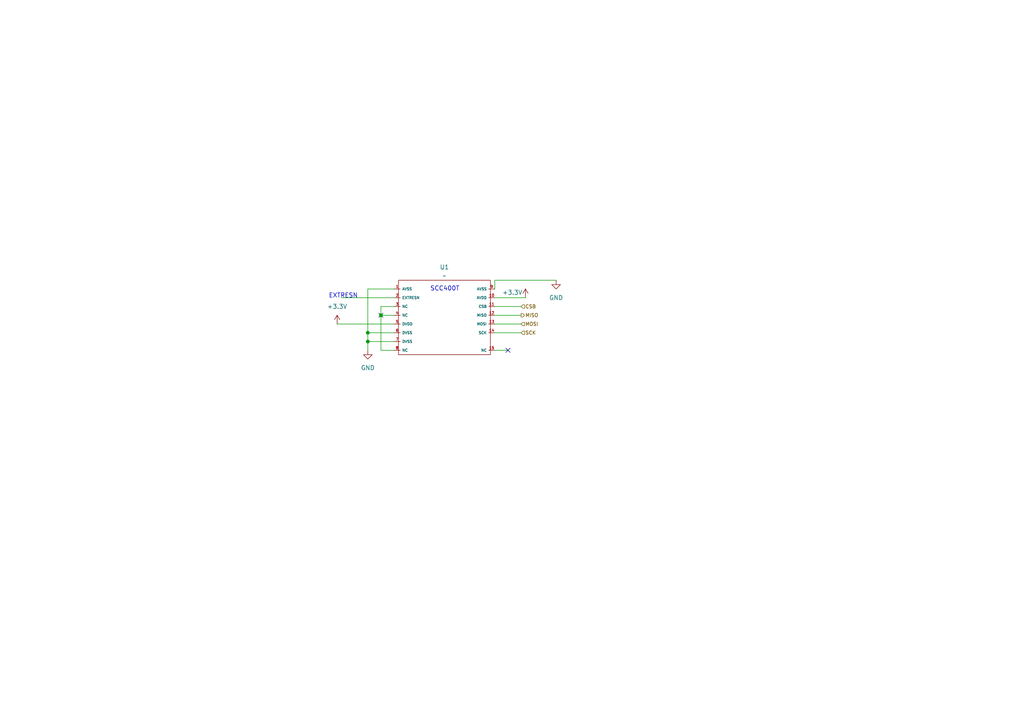
<source format=kicad_sch>
(kicad_sch
	(version 20231120)
	(generator "eeschema")
	(generator_version "8.0")
	(uuid "a9c5c9be-eef0-49e9-b640-81a42d76d087")
	(paper "A4")
	(title_block
		(title "MAGNETOMETER")
		(date "2024-12-08")
		(comment 1 "SCC400T")
		(comment 2 "SCR410T-K03 X gyroscope with digital SPI interface")
	)
	(lib_symbols
		(symbol "power:+3.3V"
			(power)
			(pin_numbers hide)
			(pin_names
				(offset 0) hide)
			(exclude_from_sim no)
			(in_bom yes)
			(on_board yes)
			(property "Reference" "#PWR"
				(at 0 -3.81 0)
				(effects
					(font
						(size 1.27 1.27)
					)
					(hide yes)
				)
			)
			(property "Value" "+3.3V"
				(at 0 3.556 0)
				(effects
					(font
						(size 1.27 1.27)
					)
				)
			)
			(property "Footprint" ""
				(at 0 0 0)
				(effects
					(font
						(size 1.27 1.27)
					)
					(hide yes)
				)
			)
			(property "Datasheet" ""
				(at 0 0 0)
				(effects
					(font
						(size 1.27 1.27)
					)
					(hide yes)
				)
			)
			(property "Description" "Power symbol creates a global label with name \"+3.3V\""
				(at 0 0 0)
				(effects
					(font
						(size 1.27 1.27)
					)
					(hide yes)
				)
			)
			(property "ki_keywords" "global power"
				(at 0 0 0)
				(effects
					(font
						(size 1.27 1.27)
					)
					(hide yes)
				)
			)
			(symbol "+3.3V_0_1"
				(polyline
					(pts
						(xy -0.762 1.27) (xy 0 2.54)
					)
					(stroke
						(width 0)
						(type default)
					)
					(fill
						(type none)
					)
				)
				(polyline
					(pts
						(xy 0 0) (xy 0 2.54)
					)
					(stroke
						(width 0)
						(type default)
					)
					(fill
						(type none)
					)
				)
				(polyline
					(pts
						(xy 0 2.54) (xy 0.762 1.27)
					)
					(stroke
						(width 0)
						(type default)
					)
					(fill
						(type none)
					)
				)
			)
			(symbol "+3.3V_1_1"
				(pin power_in line
					(at 0 0 90)
					(length 0)
					(name "~"
						(effects
							(font
								(size 1.27 1.27)
							)
						)
					)
					(number "1"
						(effects
							(font
								(size 1.27 1.27)
							)
						)
					)
				)
			)
		)
		(symbol "power:GND"
			(power)
			(pin_numbers hide)
			(pin_names
				(offset 0) hide)
			(exclude_from_sim no)
			(in_bom yes)
			(on_board yes)
			(property "Reference" "#PWR"
				(at 0 -6.35 0)
				(effects
					(font
						(size 1.27 1.27)
					)
					(hide yes)
				)
			)
			(property "Value" "GND"
				(at 0 -3.81 0)
				(effects
					(font
						(size 1.27 1.27)
					)
				)
			)
			(property "Footprint" ""
				(at 0 0 0)
				(effects
					(font
						(size 1.27 1.27)
					)
					(hide yes)
				)
			)
			(property "Datasheet" ""
				(at 0 0 0)
				(effects
					(font
						(size 1.27 1.27)
					)
					(hide yes)
				)
			)
			(property "Description" "Power symbol creates a global label with name \"GND\" , ground"
				(at 0 0 0)
				(effects
					(font
						(size 1.27 1.27)
					)
					(hide yes)
				)
			)
			(property "ki_keywords" "global power"
				(at 0 0 0)
				(effects
					(font
						(size 1.27 1.27)
					)
					(hide yes)
				)
			)
			(symbol "GND_0_1"
				(polyline
					(pts
						(xy 0 0) (xy 0 -1.27) (xy 1.27 -1.27) (xy 0 -2.54) (xy -1.27 -1.27) (xy 0 -1.27)
					)
					(stroke
						(width 0)
						(type default)
					)
					(fill
						(type none)
					)
				)
			)
			(symbol "GND_1_1"
				(pin power_in line
					(at 0 0 270)
					(length 0)
					(name "~"
						(effects
							(font
								(size 1.27 1.27)
							)
						)
					)
					(number "1"
						(effects
							(font
								(size 1.27 1.27)
							)
						)
					)
				)
			)
		)
		(symbol "scc400t_mag:Mag_scc400T"
			(exclude_from_sim no)
			(in_bom yes)
			(on_board yes)
			(property "Reference" "U"
				(at 0 0 0)
				(effects
					(font
						(size 1.27 1.27)
					)
				)
			)
			(property "Value" ""
				(at -8.89 1.27 0)
				(effects
					(font
						(size 1.27 1.27)
					)
				)
			)
			(property "Footprint" ""
				(at -8.89 1.27 0)
				(effects
					(font
						(size 1.27 1.27)
					)
					(hide yes)
				)
			)
			(property "Datasheet" ""
				(at -8.89 1.27 0)
				(effects
					(font
						(size 1.27 1.27)
					)
					(hide yes)
				)
			)
			(property "Description" ""
				(at -8.89 1.27 0)
				(effects
					(font
						(size 1.27 1.27)
					)
					(hide yes)
				)
			)
			(symbol "Mag_scc400T_0_1"
				(rectangle
					(start -12.7 7.62)
					(end 13.97 -13.97)
					(stroke
						(width 0)
						(type default)
					)
					(fill
						(type none)
					)
				)
			)
			(symbol "Mag_scc400T_1_1"
				(pin passive line
					(at -13.97 5.08 0)
					(length 1.778)
					(name "AVSS"
						(effects
							(font
								(size 0.762 0.762)
							)
						)
					)
					(number "1"
						(effects
							(font
								(size 0.762 0.762)
							)
						)
					)
				)
				(pin passive line
					(at 15.24 2.54 180)
					(length 1.778)
					(name "AVDD"
						(effects
							(font
								(size 0.762 0.762)
							)
						)
					)
					(number "10"
						(effects
							(font
								(size 0.762 0.762)
							)
						)
					)
				)
				(pin passive line
					(at 15.24 0 180)
					(length 1.778)
					(name "CSB"
						(effects
							(font
								(size 0.762 0.762)
							)
						)
					)
					(number "11"
						(effects
							(font
								(size 0.762 0.762)
							)
						)
					)
				)
				(pin passive line
					(at 15.24 -2.54 180)
					(length 1.778)
					(name "MISO"
						(effects
							(font
								(size 0.762 0.762)
							)
						)
					)
					(number "12"
						(effects
							(font
								(size 0.762 0.762)
							)
						)
					)
				)
				(pin passive line
					(at 15.24 -5.08 180)
					(length 1.778)
					(name "MOSI"
						(effects
							(font
								(size 0.762 0.762)
							)
						)
					)
					(number "13"
						(effects
							(font
								(size 0.762 0.762)
							)
						)
					)
				)
				(pin passive line
					(at 15.24 -7.62 180)
					(length 1.778)
					(name "SCK"
						(effects
							(font
								(size 0.762 0.762)
							)
						)
					)
					(number "14"
						(effects
							(font
								(size 0.762 0.762)
							)
						)
					)
				)
				(pin passive line
					(at 15.24 -12.7 180)
					(length 1.778)
					(name "NC"
						(effects
							(font
								(size 0.762 0.762)
							)
						)
					)
					(number "15"
						(effects
							(font
								(size 0.762 0.762)
							)
						)
					)
				)
				(pin passive line
					(at -13.97 2.54 0)
					(length 1.778)
					(name "EXTRESN"
						(effects
							(font
								(size 0.762 0.762)
							)
						)
					)
					(number "2"
						(effects
							(font
								(size 0.762 0.762)
							)
						)
					)
				)
				(pin passive line
					(at -13.97 0 0)
					(length 1.778)
					(name "NC"
						(effects
							(font
								(size 0.762 0.762)
							)
						)
					)
					(number "3"
						(effects
							(font
								(size 0.762 0.762)
							)
						)
					)
				)
				(pin passive line
					(at -13.97 -2.54 0)
					(length 1.778)
					(name "NC"
						(effects
							(font
								(size 0.762 0.762)
							)
						)
					)
					(number "4"
						(effects
							(font
								(size 0.762 0.762)
							)
						)
					)
				)
				(pin passive line
					(at -13.97 -5.08 0)
					(length 1.778)
					(name "DVDD"
						(effects
							(font
								(size 0.762 0.762)
							)
						)
					)
					(number "5"
						(effects
							(font
								(size 0.762 0.762)
							)
						)
					)
				)
				(pin passive line
					(at -13.97 -7.62 0)
					(length 1.778)
					(name "DVSS"
						(effects
							(font
								(size 0.762 0.762)
							)
						)
					)
					(number "6"
						(effects
							(font
								(size 0.762 0.762)
							)
						)
					)
				)
				(pin passive line
					(at -13.97 -10.16 0)
					(length 1.778)
					(name "DVSS"
						(effects
							(font
								(size 0.762 0.762)
							)
						)
					)
					(number "7"
						(effects
							(font
								(size 0.762 0.762)
							)
						)
					)
				)
				(pin passive line
					(at -13.97 -12.7 0)
					(length 1.778)
					(name "NC"
						(effects
							(font
								(size 0.762 0.762)
							)
						)
					)
					(number "8"
						(effects
							(font
								(size 0.762 0.762)
							)
						)
					)
				)
				(pin passive line
					(at 15.24 5.08 180)
					(length 1.778)
					(name "AVSS"
						(effects
							(font
								(size 0.762 0.762)
							)
						)
					)
					(number "9"
						(effects
							(font
								(size 0.762 0.762)
							)
						)
					)
				)
			)
		)
	)
	(junction
		(at 106.68 99.06)
		(diameter 0)
		(color 0 0 0 0)
		(uuid "20153a1e-0dc3-4c41-8081-1c3ce0801f20")
	)
	(junction
		(at 106.68 96.52)
		(diameter 0)
		(color 0 0 0 0)
		(uuid "69b978b5-7727-4557-9a8f-c4020447ed72")
	)
	(junction
		(at 110.49 91.44)
		(diameter 0)
		(color 0 0 0 0)
		(uuid "8af527c1-5a35-4d75-b06c-b3635a10e395")
	)
	(no_connect
		(at 147.32 101.6)
		(uuid "3b7a0519-9d47-4d1f-b81d-02400dccafea")
	)
	(no_connect
		(at 110.49 91.44)
		(uuid "72e600a5-44e6-480c-93db-4eed19ca36f4")
	)
	(wire
		(pts
			(xy 110.49 91.44) (xy 110.49 101.6)
		)
		(stroke
			(width 0)
			(type default)
		)
		(uuid "0513d13a-6888-46a8-be10-dd8a7411abee")
	)
	(wire
		(pts
			(xy 106.68 83.82) (xy 114.3 83.82)
		)
		(stroke
			(width 0)
			(type default)
		)
		(uuid "0b779801-332f-4009-99e7-b0ce3486fb04")
	)
	(wire
		(pts
			(xy 99.06 86.36) (xy 114.3 86.36)
		)
		(stroke
			(width 0)
			(type default)
		)
		(uuid "125297ef-2b49-4e5c-bbf8-67797e4bd58d")
	)
	(wire
		(pts
			(xy 143.51 86.36) (xy 152.4 86.36)
		)
		(stroke
			(width 0)
			(type default)
		)
		(uuid "26eba48d-06ed-4b41-9f8f-ba2a7a5ac602")
	)
	(wire
		(pts
			(xy 143.51 88.9) (xy 151.13 88.9)
		)
		(stroke
			(width 0)
			(type default)
		)
		(uuid "27575a9e-5a0a-478f-aa84-7984a54a132e")
	)
	(wire
		(pts
			(xy 143.51 81.28) (xy 161.29 81.28)
		)
		(stroke
			(width 0)
			(type default)
		)
		(uuid "3e16f2f0-4699-4228-97d3-f6a218a61941")
	)
	(wire
		(pts
			(xy 143.51 101.6) (xy 147.32 101.6)
		)
		(stroke
			(width 0)
			(type default)
		)
		(uuid "443b1834-6f19-4ec4-b711-d694e78024ef")
	)
	(wire
		(pts
			(xy 106.68 83.82) (xy 106.68 96.52)
		)
		(stroke
			(width 0)
			(type default)
		)
		(uuid "660d5494-3b0b-47cb-84a4-5cef8cc033e5")
	)
	(wire
		(pts
			(xy 97.79 93.98) (xy 114.3 93.98)
		)
		(stroke
			(width 0)
			(type default)
		)
		(uuid "6806ba77-a839-4222-b2fd-c96b708ab7be")
	)
	(wire
		(pts
			(xy 143.51 96.52) (xy 151.13 96.52)
		)
		(stroke
			(width 0)
			(type default)
		)
		(uuid "6ebf6aba-3066-43d1-86a5-cebaf881fd27")
	)
	(wire
		(pts
			(xy 143.51 81.28) (xy 143.51 83.82)
		)
		(stroke
			(width 0)
			(type default)
		)
		(uuid "71c49b6f-ea69-45a5-8493-3b0725d00b39")
	)
	(wire
		(pts
			(xy 114.3 101.6) (xy 110.49 101.6)
		)
		(stroke
			(width 0)
			(type default)
		)
		(uuid "81100ea2-27bf-4fc6-b8d9-7ee97ee5dba9")
	)
	(wire
		(pts
			(xy 143.51 93.98) (xy 151.13 93.98)
		)
		(stroke
			(width 0)
			(type default)
		)
		(uuid "9150e36c-0996-4c04-85f5-5a85cdc5b6e1")
	)
	(wire
		(pts
			(xy 106.68 99.06) (xy 114.3 99.06)
		)
		(stroke
			(width 0)
			(type default)
		)
		(uuid "9f61eed0-7b3b-467b-ab1d-f67cdc173b6f")
	)
	(wire
		(pts
			(xy 110.49 91.44) (xy 114.3 91.44)
		)
		(stroke
			(width 0)
			(type default)
		)
		(uuid "a4fcb618-f2c3-40d8-9db8-4e4e7f683bd0")
	)
	(wire
		(pts
			(xy 110.49 88.9) (xy 110.49 91.44)
		)
		(stroke
			(width 0)
			(type default)
		)
		(uuid "ae7cebe6-a1f0-4058-b68e-91fbe2b417a7")
	)
	(wire
		(pts
			(xy 114.3 96.52) (xy 106.68 96.52)
		)
		(stroke
			(width 0)
			(type default)
		)
		(uuid "b17631ea-f2a8-476c-b1f6-9bff1d1b9c64")
	)
	(wire
		(pts
			(xy 143.51 91.44) (xy 151.13 91.44)
		)
		(stroke
			(width 0)
			(type default)
		)
		(uuid "b66ddfcf-cea8-4c25-a82f-88973700ab71")
	)
	(wire
		(pts
			(xy 110.49 88.9) (xy 114.3 88.9)
		)
		(stroke
			(width 0)
			(type default)
		)
		(uuid "c09a1b1f-5b0c-45e3-a162-4770ffb75513")
	)
	(wire
		(pts
			(xy 106.68 99.06) (xy 106.68 101.6)
		)
		(stroke
			(width 0)
			(type default)
		)
		(uuid "dae078a9-a7dd-4ffc-9cd2-fa2d08779c19")
	)
	(wire
		(pts
			(xy 106.68 96.52) (xy 106.68 99.06)
		)
		(stroke
			(width 0)
			(type default)
		)
		(uuid "edadedc4-69b6-44a5-b161-d0abfac7b4e7")
	)
	(text "SCC400T"
		(exclude_from_sim no)
		(at 129.032 83.82 0)
		(effects
			(font
				(size 1.27 1.27)
			)
		)
		(uuid "0a6ed64d-ed18-4c91-b645-a87844af19ce")
	)
	(text "EXTRESN\n"
		(exclude_from_sim no)
		(at 99.568 85.852 0)
		(effects
			(font
				(size 1.27 1.27)
			)
		)
		(uuid "25a931a0-ed30-47cd-979c-f34c13e06b3c")
	)
	(hierarchical_label "SCK"
		(shape input)
		(at 151.13 96.52 0)
		(fields_autoplaced yes)
		(effects
			(font
				(size 1.016 1.016)
			)
			(justify left)
		)
		(uuid "014b7388-588a-4129-be3b-eed6f788d955")
	)
	(hierarchical_label "CSB"
		(shape input)
		(at 151.13 88.9 0)
		(fields_autoplaced yes)
		(effects
			(font
				(size 1.016 1.016)
			)
			(justify left)
		)
		(uuid "2782b850-b61a-4b5d-8023-2643093289ad")
	)
	(hierarchical_label "MISO"
		(shape output)
		(at 151.13 91.44 0)
		(fields_autoplaced yes)
		(effects
			(font
				(size 1.016 1.016)
			)
			(justify left)
		)
		(uuid "63f43e95-f793-487d-b51a-ae5b43585fae")
	)
	(hierarchical_label "MOSI"
		(shape input)
		(at 151.13 93.98 0)
		(fields_autoplaced yes)
		(effects
			(font
				(size 1.016 1.016)
			)
			(justify left)
		)
		(uuid "cc8c7b0d-3c60-4b56-ad3d-130d462b09cd")
	)
	(symbol
		(lib_id "power:GND")
		(at 106.68 101.6 0)
		(unit 1)
		(exclude_from_sim no)
		(in_bom yes)
		(on_board yes)
		(dnp no)
		(fields_autoplaced yes)
		(uuid "1054c469-7b98-464e-bb23-d5539e0c0ee8")
		(property "Reference" "#PWR01"
			(at 106.68 107.95 0)
			(effects
				(font
					(size 1.27 1.27)
				)
				(hide yes)
			)
		)
		(property "Value" "GND"
			(at 106.68 106.68 0)
			(effects
				(font
					(size 1.27 1.27)
				)
			)
		)
		(property "Footprint" ""
			(at 106.68 101.6 0)
			(effects
				(font
					(size 1.27 1.27)
				)
				(hide yes)
			)
		)
		(property "Datasheet" ""
			(at 106.68 101.6 0)
			(effects
				(font
					(size 1.27 1.27)
				)
				(hide yes)
			)
		)
		(property "Description" "Power symbol creates a global label with name \"GND\" , ground"
			(at 106.68 101.6 0)
			(effects
				(font
					(size 1.27 1.27)
				)
				(hide yes)
			)
		)
		(pin "1"
			(uuid "793f31d6-760e-479b-b780-808b00eb3a99")
		)
		(instances
			(project ""
				(path "/a9c5c9be-eef0-49e9-b640-81a42d76d087"
					(reference "#PWR01")
					(unit 1)
				)
			)
		)
	)
	(symbol
		(lib_id "power:+3.3V")
		(at 152.4 86.36 0)
		(unit 1)
		(exclude_from_sim no)
		(in_bom yes)
		(on_board yes)
		(dnp no)
		(uuid "679e7a6c-d4a2-4c3c-8106-4c772b88df54")
		(property "Reference" "#PWR04"
			(at 152.4 90.17 0)
			(effects
				(font
					(size 1.27 1.27)
				)
				(hide yes)
			)
		)
		(property "Value" "+3.3V"
			(at 148.59 84.836 0)
			(effects
				(font
					(size 1.27 1.27)
				)
			)
		)
		(property "Footprint" ""
			(at 152.4 86.36 0)
			(effects
				(font
					(size 1.27 1.27)
				)
				(hide yes)
			)
		)
		(property "Datasheet" ""
			(at 152.4 86.36 0)
			(effects
				(font
					(size 1.27 1.27)
				)
				(hide yes)
			)
		)
		(property "Description" "Power symbol creates a global label with name \"+3.3V\""
			(at 152.4 86.36 0)
			(effects
				(font
					(size 1.27 1.27)
				)
				(hide yes)
			)
		)
		(pin "1"
			(uuid "752e4f27-42e7-44c0-a26c-be803c5e45c4")
		)
		(instances
			(project "SCC400T MAG"
				(path "/a9c5c9be-eef0-49e9-b640-81a42d76d087"
					(reference "#PWR04")
					(unit 1)
				)
			)
		)
	)
	(symbol
		(lib_id "scc400t_mag:Mag_scc400T")
		(at 128.27 88.9 0)
		(unit 1)
		(exclude_from_sim no)
		(in_bom yes)
		(on_board yes)
		(dnp no)
		(fields_autoplaced yes)
		(uuid "76c0fe0d-9e7a-4a58-81b6-1106c3f57930")
		(property "Reference" "U1"
			(at 128.905 77.47 0)
			(effects
				(font
					(size 1.27 1.27)
				)
			)
		)
		(property "Value" "~"
			(at 128.905 80.01 0)
			(effects
				(font
					(size 1.27 1.27)
				)
			)
		)
		(property "Footprint" ""
			(at 119.38 87.63 0)
			(effects
				(font
					(size 1.27 1.27)
				)
				(hide yes)
			)
		)
		(property "Datasheet" ""
			(at 119.38 87.63 0)
			(effects
				(font
					(size 1.27 1.27)
				)
				(hide yes)
			)
		)
		(property "Description" ""
			(at 119.38 87.63 0)
			(effects
				(font
					(size 1.27 1.27)
				)
				(hide yes)
			)
		)
		(pin "13"
			(uuid "c7b19278-d16f-4bc9-9096-50a766b693cb")
		)
		(pin "6"
			(uuid "7ae7076f-490f-43ba-bf9c-138f5604c0af")
		)
		(pin "7"
			(uuid "63a84dac-cd28-4e5e-a38d-1fb1d7ec60a1")
		)
		(pin "8"
			(uuid "44e1188c-ffc7-4bbc-99be-77aaf891c56d")
		)
		(pin "9"
			(uuid "9758a41d-5a62-4129-bb3d-4316bc29157a")
		)
		(pin "10"
			(uuid "8cd6db2b-e3db-4e46-9402-b4190e7be60b")
		)
		(pin "11"
			(uuid "1359fdb0-7c45-4c13-a0b5-8950c2cfed1c")
		)
		(pin "12"
			(uuid "09c29861-a54b-4e58-8d14-dc24c3553dd0")
		)
		(pin "1"
			(uuid "f195a16d-fbdb-4096-b284-4cb87bb1e3da")
		)
		(pin "14"
			(uuid "6c1e246e-649e-4c13-b467-736a3e1ffac9")
		)
		(pin "15"
			(uuid "51a7b45b-8345-4e7f-beb5-9f095c8ebe9d")
		)
		(pin "3"
			(uuid "ab2489e0-308d-4c85-9ab4-e99368ca3f42")
		)
		(pin "4"
			(uuid "0fce2cb5-ed3c-41cd-af58-91356da51eb2")
		)
		(pin "5"
			(uuid "b5c2e4da-c47e-4123-936e-c1f258eb5505")
		)
		(pin "2"
			(uuid "62de61fc-5846-4bc4-b0ce-a20173e60e04")
		)
		(instances
			(project ""
				(path "/a9c5c9be-eef0-49e9-b640-81a42d76d087"
					(reference "U1")
					(unit 1)
				)
			)
		)
	)
	(symbol
		(lib_id "power:+3.3V")
		(at 97.79 93.98 0)
		(unit 1)
		(exclude_from_sim no)
		(in_bom yes)
		(on_board yes)
		(dnp no)
		(fields_autoplaced yes)
		(uuid "c1061f18-5faa-46fa-948b-0e625a305f02")
		(property "Reference" "#PWR03"
			(at 97.79 97.79 0)
			(effects
				(font
					(size 1.27 1.27)
				)
				(hide yes)
			)
		)
		(property "Value" "+3.3V"
			(at 97.79 88.9 0)
			(effects
				(font
					(size 1.27 1.27)
				)
			)
		)
		(property "Footprint" ""
			(at 97.79 93.98 0)
			(effects
				(font
					(size 1.27 1.27)
				)
				(hide yes)
			)
		)
		(property "Datasheet" ""
			(at 97.79 93.98 0)
			(effects
				(font
					(size 1.27 1.27)
				)
				(hide yes)
			)
		)
		(property "Description" "Power symbol creates a global label with name \"+3.3V\""
			(at 97.79 93.98 0)
			(effects
				(font
					(size 1.27 1.27)
				)
				(hide yes)
			)
		)
		(pin "1"
			(uuid "5a2e14db-2301-45f1-869c-f6ee624c1651")
		)
		(instances
			(project ""
				(path "/a9c5c9be-eef0-49e9-b640-81a42d76d087"
					(reference "#PWR03")
					(unit 1)
				)
			)
		)
	)
	(symbol
		(lib_id "power:GND")
		(at 161.29 81.28 0)
		(unit 1)
		(exclude_from_sim no)
		(in_bom yes)
		(on_board yes)
		(dnp no)
		(fields_autoplaced yes)
		(uuid "fe36ba3d-8b96-4baf-b42c-2effc438aa41")
		(property "Reference" "#PWR02"
			(at 161.29 87.63 0)
			(effects
				(font
					(size 1.27 1.27)
				)
				(hide yes)
			)
		)
		(property "Value" "GND"
			(at 161.29 86.36 0)
			(effects
				(font
					(size 1.27 1.27)
				)
			)
		)
		(property "Footprint" ""
			(at 161.29 81.28 0)
			(effects
				(font
					(size 1.27 1.27)
				)
				(hide yes)
			)
		)
		(property "Datasheet" ""
			(at 161.29 81.28 0)
			(effects
				(font
					(size 1.27 1.27)
				)
				(hide yes)
			)
		)
		(property "Description" "Power symbol creates a global label with name \"GND\" , ground"
			(at 161.29 81.28 0)
			(effects
				(font
					(size 1.27 1.27)
				)
				(hide yes)
			)
		)
		(pin "1"
			(uuid "e9611882-76b2-4e24-b1e6-2d180e50e5d4")
		)
		(instances
			(project ""
				(path "/a9c5c9be-eef0-49e9-b640-81a42d76d087"
					(reference "#PWR02")
					(unit 1)
				)
			)
		)
	)
	(sheet_instances
		(path "/"
			(page "1")
		)
	)
)

</source>
